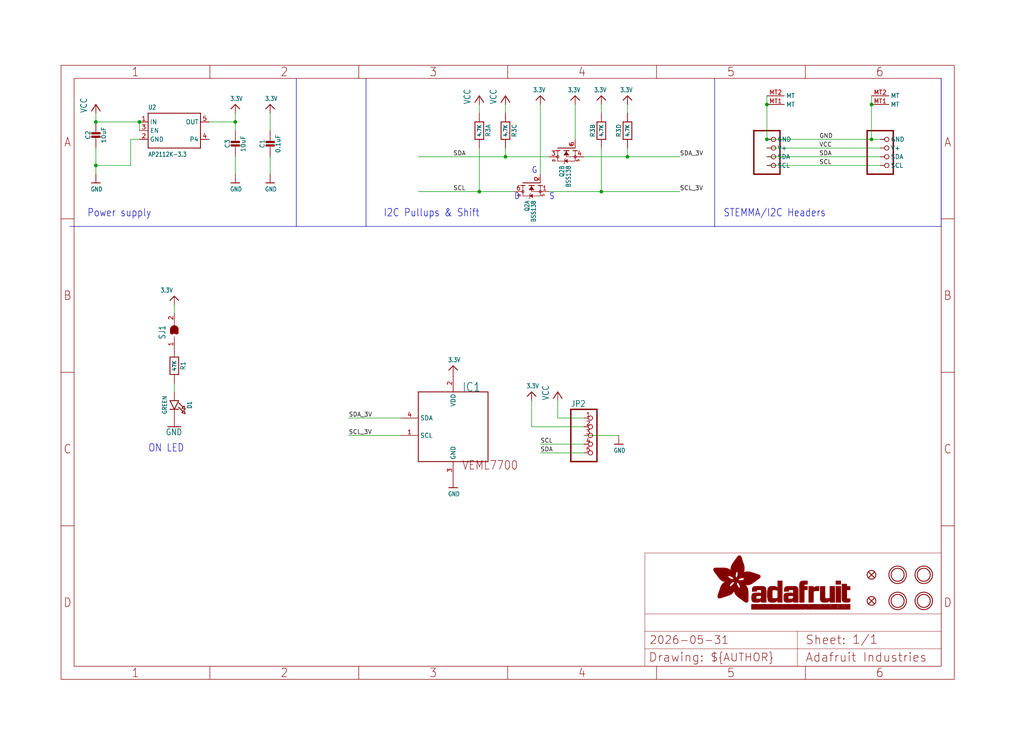
<source format=kicad_sch>
(kicad_sch (version 20230121) (generator eeschema)
  (paper "User" 298.45 217.322)
  (lib_symbols
    (symbol "working-eagle-import:3.3V" (power)
      (property "Value" "3.3V" (at -1.524 1.016 0))
      (symbol "3.3V_1_0"
        (pin power_in line (at 0 -2.54 90) (length 2.54) (name "3.3V") (number "1"))
      )
    )
    (symbol "working-eagle-import:CAP_CERAMIC0603_NO"
      (property "Reference" "C" (at -2.29 1.25 90))
      (symbol "CAP_CERAMIC0603_NO_1_0"
        (pin passive line (at 0 5.08 270) (length 2.54) (name "1") (number "1"))
        (pin passive line (at 0 -2.54 90) (length 2.54) (name "2") (number "2"))
      )
    )
    (symbol "working-eagle-import:CAP_CERAMIC0805-NOOUTLINE"
      (property "Reference" "C" (at -2.29 1.25 90))
      (symbol "CAP_CERAMIC0805-NOOUTLINE_1_0"
        (pin passive line (at 0 5.08 270) (length 2.54) (name "1") (number "1"))
        (pin passive line (at 0 -2.54 90) (length 2.54) (name "2") (number "2"))
      )
    )
    (symbol "working-eagle-import:FIDUCIAL_1MM")
    (symbol "working-eagle-import:FRAME_A4_ADAFRUIT"
      (symbol "FRAME_A4_ADAFRUIT_1_0"
        (text "${#}/${##}" (at 230.505 10.16 0) (effects (font (size 2.54 2.54)) (justify left bottom)))
        (text "${AUTHOR}" (at 189.23 5.08 0) (effects (font (size 2.286 2.286)) (justify left bottom)))
        (text "${CURRENT_DATE}" (at 171.45 10.16 0) (effects (font (size 2.286 2.286)) (justify left bottom)))
        (text "${PROJECTNAME}" (at 171.45 15.24 0) (effects (font (size 2.54 2.54)) (justify left bottom)))
        (text "1" (at 21.6958 1.905 0) (effects (font (size 2.54 2.286))))
        (text "1" (at 21.6958 177.165 0) (effects (font (size 2.54 2.286))))
        (text "2" (at 65.0875 1.905 0) (effects (font (size 2.54 2.286))))
        (text "2" (at 65.0875 177.165 0) (effects (font (size 2.54 2.286))))
        (text "3" (at 108.4792 1.905 0) (effects (font (size 2.54 2.286))))
        (text "3" (at 108.4792 177.165 0) (effects (font (size 2.54 2.286))))
        (text "4" (at 151.8708 1.905 0) (effects (font (size 2.54 2.286))))
        (text "4" (at 151.8708 177.165 0) (effects (font (size 2.54 2.286))))
        (text "5" (at 195.2625 1.905 0) (effects (font (size 2.54 2.286))))
        (text "5" (at 195.2625 177.165 0) (effects (font (size 2.54 2.286))))
        (text "6" (at 238.6542 1.905 0) (effects (font (size 2.54 2.286))))
        (text "6" (at 238.6542 177.165 0) (effects (font (size 2.54 2.286))))
        (text "A" (at 1.905 156.6863 0) (effects (font (size 2.54 2.286))))
        (text "A" (at 258.445 156.6863 0) (effects (font (size 2.54 2.286))))
        (text "Adafruit Industries" (at 216.916 4.953 0) (effects (font (size 2.54 2.54)) (justify left bottom)))
        (text "B" (at 1.905 111.9188 0) (effects (font (size 2.54 2.286))))
        (text "B" (at 258.445 111.9188 0) (effects (font (size 2.54 2.286))))
        (text "C" (at 1.905 67.1513 0) (effects (font (size 2.54 2.286))))
        (text "C" (at 258.445 67.1513 0) (effects (font (size 2.54 2.286))))
        (text "D" (at 1.905 22.3838 0) (effects (font (size 2.54 2.286))))
        (text "D" (at 258.445 22.3838 0) (effects (font (size 2.54 2.286))))
        (text "Drawing:" (at 171.196 4.953 0) (effects (font (size 2.54 2.54)) (justify left bottom)))
        (text "Sheet:" (at 216.916 10.033 0) (effects (font (size 2.54 2.54)) (justify left bottom)))
      )
    )
    (symbol "working-eagle-import:GND" (power)
      (property "Value" "GND" (at -1.524 -2.54 0))
      (symbol "GND_1_0"
        (pin power_in line (at 0 2.54 270) (length 2.54) (name "GND") (number "1"))
      )
    )
    (symbol "working-eagle-import:HEADER-1X5ROUND"
      (property "Reference" "JP" (at -6.35 8.255 0))
      (symbol "HEADER-1X5ROUND_1_0"
        (pin passive inverted (at -2.54 5.08 0) (length 2.54) (name "1") (number "1"))
        (pin passive inverted (at -2.54 2.54 0) (length 2.54) (name "2") (number "2"))
        (pin passive inverted (at -2.54 0 0) (length 2.54) (name "3") (number "3"))
        (pin passive inverted (at -2.54 -2.54 0) (length 2.54) (name "4") (number "4"))
        (pin passive inverted (at -2.54 -5.08 0) (length 2.54) (name "5") (number "5"))
      )
    )
    (symbol "working-eagle-import:LED0603_NOOUTLINE"
      (property "Reference" "D" (at -1.27 4.445 0))
      (symbol "LED0603_NOOUTLINE_1_0"
        (pin passive line (at -5.08 0 0) (length 2.54) (name "A") (number "A"))
        (pin passive line (at 2.54 0 180) (length 2.54) (name "C") (number "C"))
      )
    )
    (symbol "working-eagle-import:MOSFET-N_DUAL"
      (property "Reference" "Q" (at 5.08 0.635 0))
      (symbol "MOSFET-N_DUAL_1_0"
        (text "D" (at 3.175 3.175 0) (effects (font (size 0.8128 0.6908)) (justify left bottom)))
        (text "G" (at -1.27 -1.905 0) (effects (font (size 0.8128 0.6908)) (justify left bottom)))
        (text "S" (at 3.175 -3.81 0) (effects (font (size 0.8128 0.6908)) (justify left bottom)))
        (pin bidirectional line (at 2.54 -5.08 90) (length 2.54) (name "S") (number "1"))
        (pin bidirectional line (at -2.54 -2.54 0) (length 2.54) (name "G") (number "2"))
        (pin bidirectional line (at 2.54 5.08 270) (length 2.54) (name "D") (number "6"))
      )
      (symbol "MOSFET-N_DUAL_2_0"
        (text "D" (at 3.175 3.175 0) (effects (font (size 0.8128 0.6908)) (justify left bottom)))
        (text "G" (at -1.27 -1.905 0) (effects (font (size 0.8128 0.6908)) (justify left bottom)))
        (text "S" (at 3.175 -3.81 0) (effects (font (size 0.8128 0.6908)) (justify left bottom)))
        (pin bidirectional line (at 2.54 5.08 270) (length 2.54) (name "D") (number "3"))
        (pin bidirectional line (at 2.54 -5.08 90) (length 2.54) (name "S") (number "4"))
        (pin bidirectional line (at -2.54 -2.54 0) (length 2.54) (name "G") (number "5"))
      )
    )
    (symbol "working-eagle-import:MOUNTINGHOLE2.5")
    (symbol "working-eagle-import:RESISTOR_0603_NOOUT"
      (property "Reference" "R" (at 0 2.54 0))
      (symbol "RESISTOR_0603_NOOUT_1_0"
        (pin passive line (at -5.08 0 0) (length 2.54) (name "1") (number "1"))
        (pin passive line (at 5.08 0 180) (length 2.54) (name "2") (number "2"))
      )
    )
    (symbol "working-eagle-import:RESISTOR_4PACK"
      (property "Reference" "R" (at 0 2.54 0))
      (symbol "RESISTOR_4PACK_1_0"
        (pin passive line (at -5.08 0 0) (length 2.54) (name "1") (number "1"))
        (pin passive line (at 5.08 0 180) (length 2.54) (name "2") (number "8"))
      )
      (symbol "RESISTOR_4PACK_2_0"
        (pin passive line (at -5.08 0 0) (length 2.54) (name "1") (number "2"))
        (pin passive line (at 5.08 0 180) (length 2.54) (name "2") (number "7"))
      )
      (symbol "RESISTOR_4PACK_3_0"
        (pin passive line (at -5.08 0 0) (length 2.54) (name "1") (number "3"))
        (pin passive line (at 5.08 0 180) (length 2.54) (name "2") (number "6"))
      )
      (symbol "RESISTOR_4PACK_4_0"
        (pin passive line (at -5.08 0 0) (length 2.54) (name "1") (number "4"))
        (pin passive line (at 5.08 0 180) (length 2.54) (name "2") (number "5"))
      )
    )
    (symbol "working-eagle-import:SOLDERJUMPER_CLOSED"
      (property "Reference" "SJ" (at -2.54 2.54 0))
      (symbol "SOLDERJUMPER_CLOSED_1_0"
        (pin passive line (at -5.08 0 0) (length 2.54) (name "1") (number "1"))
        (pin passive line (at 5.08 0 180) (length 2.54) (name "2") (number "2"))
      )
    )
    (symbol "working-eagle-import:STEMMA_I2C_QT"
      (symbol "STEMMA_I2C_QT_1_0"
        (pin passive inverted (at 0 5.08 0) (length 2.54) (name "GND") (number "1"))
        (pin passive inverted (at 0 2.54 0) (length 2.54) (name "V+") (number "2"))
        (pin passive inverted (at 0 0 0) (length 2.54) (name "SDA") (number "3"))
        (pin passive inverted (at 0 -2.54 0) (length 2.54) (name "SCL") (number "4"))
      )
      (symbol "STEMMA_I2C_QT_2_0"
        (pin bidirectional line (at 0 0 0) (length 5.08) (name "MT") (number "MT1"))
      )
      (symbol "STEMMA_I2C_QT_3_0"
        (pin bidirectional line (at 0 0 0) (length 5.08) (name "MT") (number "MT2"))
      )
    )
    (symbol "working-eagle-import:VCC" (power)
      (property "Value" "VCC" (at -2.54 -2.54 90))
      (symbol "VCC_1_0"
        (pin power_in line (at 0 -2.54 90) (length 2.54) (name "VCC") (number "1"))
      )
    )
    (symbol "working-eagle-import:VEML7700"
      (property "Reference" "IC" (at 2.54 10.16 0))
      (symbol "VEML7700_1_0"
        (text "VEML7700" (at 2.54 -12.7 0) (effects (font (size 2.54 2.159)) (justify left bottom)))
        (pin bidirectional line (at -15.24 -2.54 0) (length 5.08) (name "SCL") (number "1"))
        (pin power_in line (at 0 15.24 270) (length 5.08) (name "VDD") (number "2"))
        (pin power_in line (at 0 -15.24 90) (length 5.08) (name "GND") (number "3"))
        (pin bidirectional line (at -15.24 2.54 0) (length 5.08) (name "SDA") (number "4"))
      )
    )
    (symbol "working-eagle-import:VREG_SOT23-5"
      (property "Reference" "U" (at -7.62 6.096 0))
      (symbol "VREG_SOT23-5_1_0"
        (pin power_in line (at -10.16 2.54 0) (length 2.54) (name "IN") (number "1"))
        (pin power_in line (at -10.16 -2.54 0) (length 2.54) (name "GND") (number "2"))
        (pin input line (at -10.16 0 0) (length 2.54) (name "EN") (number "3"))
        (pin bidirectional line (at 10.16 -2.54 180) (length 2.54) (name "P4") (number "4"))
        (pin power_in line (at 10.16 2.54 180) (length 2.54) (name "OUT") (number "5"))
      )
    )
    (symbol "working-eagle-import:adafruit_power_3.3V" (power)
      (property "Value" "adafruit_power_3.3V" (at -1.524 1.016 0))
      (symbol "adafruit_power_3.3V_1_0"
        (pin power_in line (at 0 -2.54 90) (length 2.54) (name "3.3V") (number "1"))
      )
    )
    (symbol "working-eagle-import:supply1_GND" (power)
      (property "Value" "supply1_GND" (at -2.54 -2.54 0))
      (symbol "supply1_GND_1_0"
        (pin power_in line (at 0 2.54 270) (length 2.54) (name "GND") (number "1"))
      )
    )
  )
  (junction (at 68.58 35.56))
  (junction (at 182.88 45.72))
  (junction (at 223.52 40.64))
  (junction (at 27.94 35.56))
  (junction (at 27.94 48.26))
  (junction (at 254 40.64))
  (junction (at 223.52 30.48))
  (junction (at 139.7 55.88))
  (junction (at 175.26 55.88))
  (junction (at 147.32 45.72))
  (junction (at 254 30.48))
  (junction (at 40.64 35.56))
  (wire (pts (xy 170.18 127) (xy 180.34 127)) (stroke (width 0.1524)))
  (wire (pts (xy 160.02 55.88) (xy 175.26 55.88)) (stroke (width 0.1524)))
  (wire (pts (xy 147.32 43.18) (xy 147.32 45.72)) (stroke (width 0.1524)))
  (wire (pts (xy 139.7 55.88) (xy 121.92 55.88)) (stroke (width 0.1524)))
  (wire (pts (xy 167.64 40.64) (xy 167.64 30.48)) (stroke (width 0.1524)))
  (polyline (pts (xy 86.36 66.04) (xy 106.68 66.04)) (stroke (width 0.1524) (type solid)))
  (wire (pts (xy 182.88 33.02) (xy 182.88 30.48)) (stroke (width 0.1524)))
  (wire (pts (xy 139.7 43.18) (xy 139.7 55.88)) (stroke (width 0.1524)))
  (wire (pts (xy 149.86 55.88) (xy 139.7 55.88)) (stroke (width 0.1524)))
  (wire (pts (xy 160.02 45.72) (xy 147.32 45.72)) (stroke (width 0.1524)))
  (wire (pts (xy 170.18 121.92) (xy 162.56 121.92)) (stroke (width 0.1524)))
  (wire (pts (xy 78.74 45.72) (xy 78.74 50.8)) (stroke (width 0.1524)))
  (wire (pts (xy 50.8 88.9) (xy 50.8 91.44)) (stroke (width 0.1524)))
  (wire (pts (xy 68.58 35.56) (xy 68.58 38.1)) (stroke (width 0.1524)))
  (wire (pts (xy 175.26 33.02) (xy 175.26 30.48)) (stroke (width 0.1524)))
  (wire (pts (xy 50.8 114.3) (xy 50.8 111.76)) (stroke (width 0.1524)))
  (wire (pts (xy 175.26 43.18) (xy 175.26 55.88)) (stroke (width 0.1524)))
  (wire (pts (xy 147.32 33.02) (xy 147.32 30.48)) (stroke (width 0.1524)))
  (wire (pts (xy 38.1 40.64) (xy 38.1 48.26)) (stroke (width 0.1524)))
  (polyline (pts (xy 274.32 22.86) (xy 274.32 66.04)) (stroke (width 0.1524) (type solid)))
  (wire (pts (xy 256.54 45.72) (xy 223.52 45.72)) (stroke (width 0.1524)))
  (wire (pts (xy 254 27.94) (xy 254 30.48)) (stroke (width 0.1524)))
  (wire (pts (xy 175.26 55.88) (xy 198.12 55.88)) (stroke (width 0.1524)))
  (wire (pts (xy 68.58 35.56) (xy 68.58 33.02)) (stroke (width 0.1524)))
  (wire (pts (xy 223.52 43.18) (xy 256.54 43.18)) (stroke (width 0.1524)))
  (wire (pts (xy 40.64 35.56) (xy 27.94 35.56)) (stroke (width 0.1524)))
  (wire (pts (xy 170.18 132.08) (xy 157.48 132.08)) (stroke (width 0.1524)))
  (polyline (pts (xy 106.68 22.86) (xy 106.68 66.04)) (stroke (width 0.1524) (type solid)))
  (wire (pts (xy 154.94 124.46) (xy 154.94 116.84)) (stroke (width 0.1524)))
  (polyline (pts (xy 86.36 22.86) (xy 86.36 66.04)) (stroke (width 0.1524) (type solid)))
  (wire (pts (xy 182.88 43.18) (xy 182.88 45.72)) (stroke (width 0.1524)))
  (wire (pts (xy 182.88 45.72) (xy 198.12 45.72)) (stroke (width 0.1524)))
  (wire (pts (xy 223.52 30.48) (xy 223.52 40.64)) (stroke (width 0.1524)))
  (polyline (pts (xy 106.68 66.04) (xy 208.28 66.04)) (stroke (width 0.1524) (type solid)))
  (wire (pts (xy 170.18 45.72) (xy 182.88 45.72)) (stroke (width 0.1524)))
  (wire (pts (xy 27.94 48.26) (xy 27.94 50.8)) (stroke (width 0.1524)))
  (wire (pts (xy 162.56 121.92) (xy 162.56 116.84)) (stroke (width 0.1524)))
  (wire (pts (xy 170.18 129.54) (xy 157.48 129.54)) (stroke (width 0.1524)))
  (wire (pts (xy 157.48 50.8) (xy 157.48 30.48)) (stroke (width 0.1524)))
  (wire (pts (xy 101.6 127) (xy 116.84 127)) (stroke (width 0.1524)))
  (wire (pts (xy 223.52 48.26) (xy 256.54 48.26)) (stroke (width 0.1524)))
  (wire (pts (xy 223.52 27.94) (xy 223.52 30.48)) (stroke (width 0.1524)))
  (wire (pts (xy 116.84 121.92) (xy 101.6 121.92)) (stroke (width 0.1524)))
  (wire (pts (xy 27.94 48.26) (xy 27.94 43.18)) (stroke (width 0.1524)))
  (wire (pts (xy 68.58 45.72) (xy 68.58 50.8)) (stroke (width 0.1524)))
  (wire (pts (xy 27.94 33.02) (xy 27.94 35.56)) (stroke (width 0.1524)))
  (wire (pts (xy 254 40.64) (xy 223.52 40.64)) (stroke (width 0.1524)))
  (polyline (pts (xy 208.28 22.86) (xy 208.28 66.04)) (stroke (width 0.1524) (type solid)))
  (wire (pts (xy 256.54 40.64) (xy 254 40.64)) (stroke (width 0.1524)))
  (wire (pts (xy 147.32 45.72) (xy 121.92 45.72)) (stroke (width 0.1524)))
  (polyline (pts (xy 208.28 66.04) (xy 274.32 66.04)) (stroke (width 0.1524) (type solid)))
  (wire (pts (xy 40.64 38.1) (xy 40.64 35.56)) (stroke (width 0.1524)))
  (polyline (pts (xy 20.32 66.04) (xy 86.36 66.04)) (stroke (width 0.1524) (type solid)))
  (wire (pts (xy 254 30.48) (xy 254 40.64)) (stroke (width 0.1524)))
  (wire (pts (xy 38.1 48.26) (xy 27.94 48.26)) (stroke (width 0.1524)))
  (wire (pts (xy 78.74 33.02) (xy 78.74 38.1)) (stroke (width 0.1524)))
  (wire (pts (xy 40.64 40.64) (xy 38.1 40.64)) (stroke (width 0.1524)))
  (wire (pts (xy 60.96 35.56) (xy 68.58 35.56)) (stroke (width 0.1524)))
  (wire (pts (xy 170.18 124.46) (xy 154.94 124.46)) (stroke (width 0.1524)))
  (wire (pts (xy 139.7 30.48) (xy 139.7 33.02)) (stroke (width 0.1524)))
  (text "Power supply" (at 25.4 63.5 0) (effects (font (size 2.1844 1.8567)) (justify left bottom)))
  (text "S" (at 160.02 58.42 0) (effects (font (size 1.778 1.5113)) (justify left bottom)))
  (text "ON LED" (at 43.18 132.08 0) (effects (font (size 2.1844 1.8567)) (justify left bottom)))
  (text "I2C Pullups & Shift" (at 111.76 63.5 0) (effects (font (size 2.1844 1.8567)) (justify left bottom)))
  (text "D" (at 149.86 58.42 0) (effects (font (size 1.778 1.5113)) (justify left bottom)))
  (text "STEMMA/I2C Headers" (at 210.82 63.5 0) (effects (font (size 2.1844 1.8567)) (justify left bottom)))
  (text "G" (at 154.94 50.8 0) (effects (font (size 1.778 1.5113)) (justify left bottom)))
  (label "SCL_3V" (at 101.6 127 0) (effects (font (size 1.2446 1.2446))))
  (label "SCL" (at 157.48 129.54 0) (effects (font (size 1.2446 1.2446))))
  (label "VCC" (at 238.76 43.18 0) (effects (font (size 1.2446 1.2446))))
  (label "SDA" (at 132.08 45.72 0) (effects (font (size 1.2446 1.2446))))
  (label "GND" (at 238.76 40.64 0) (effects (font (size 1.2446 1.2446))))
  (label "SDA" (at 157.48 132.08 0) (effects (font (size 1.2446 1.2446))))
  (label "SDA_3V" (at 101.6 121.92 0) (effects (font (size 1.2446 1.2446))))
  (label "SCL" (at 238.76 48.26 0) (effects (font (size 1.2446 1.2446))))
  (label "SCL_3V" (at 198.12 55.88 0) (effects (font (size 1.2446 1.2446))))
  (label "SDA_3V" (at 198.12 45.72 0) (effects (font (size 1.2446 1.2446))))
  (label "SCL" (at 132.08 55.88 0) (effects (font (size 1.2446 1.2446))))
  (label "SDA" (at 238.76 45.72 0) (effects (font (size 1.2446 1.2446))))
  (symbol (lib_id "working-eagle-import:3.3V") (at 132.08 106.68 0) (unit 1)
    (property "Reference" "#U$29" (effects hide))
    (property "Value" "3.3V" (at 130.556 105.664 0) (effects (font (size 1.27 1.0795)) (justify left bottom)))
  )
  (symbol (lib_id "working-eagle-import:RESISTOR_4PACK") (at 175.26 38.1 90) (mirror x) (unit 2)
    (property "Reference" "R3" (at 172.72 38.1 0))
    (property "Value" "4.7K" (at 175.26 38.1 0) (effects (font (size 1.016 1.016) bold)))
    (property "Footprint" "working:RESPACK_4X0603" (effects hide))
  )
  (symbol (lib_id "working-eagle-import:GND") (at 78.74 53.34 0) (unit 1)
    (property "Reference" "#U$6" (effects hide))
    (property "Value" "GND" (at 77.216 55.88 0) (effects (font (size 1.27 1.0795)) (justify left bottom)))
  )
  (symbol (lib_id "working-eagle-import:adafruit_power_3.3V") (at 78.74 30.48 0) (unit 1)
    (property "Reference" "#U$14" (effects hide))
    (property "Value" "3.3V" (at 77.216 29.464 0) (effects (font (size 1.27 1.0795)) (justify left bottom)))
  )
  (symbol (lib_id "working-eagle-import:GND") (at 180.34 129.54 0) (unit 1)
    (property "Reference" "#U$27" (effects hide))
    (property "Value" "GND" (at 178.816 132.08 0) (effects (font (size 1.27 1.0795)) (justify left bottom)))
  )
  (symbol (lib_id "working-eagle-import:MOUNTINGHOLE2.5") (at 269.24 167.64 0) (unit 1)
    (property "Reference" "U$19" (effects hide))
    (property "Value" "MOUNTINGHOLE2.5" (effects hide))
    (property "Footprint" "working:MOUNTINGHOLE_2.5_PLATED" (effects hide))
  )
  (symbol (lib_id "working-eagle-import:adafruit_power_3.3V") (at 157.48 27.94 0) (mirror y) (unit 1)
    (property "Reference" "#U$26" (effects hide))
    (property "Value" "3.3V" (at 159.004 26.924 0) (effects (font (size 1.27 1.0795)) (justify left bottom)))
  )
  (symbol (lib_id "working-eagle-import:MOSFET-N_DUAL") (at 165.1 43.18 90) (mirror x) (unit 2)
    (property "Reference" "Q2" (at 164.465 48.26 0) (effects (font (size 1.27 1.0795)) (justify left bottom)))
    (property "Value" "BSS138" (at 166.37 48.26 0) (effects (font (size 1.27 1.0795)) (justify left bottom)))
    (property "Footprint" "working:SOT363" (effects hide))
  )
  (symbol (lib_id "working-eagle-import:adafruit_power_3.3V") (at 68.58 30.48 0) (unit 1)
    (property "Reference" "#U$15" (effects hide))
    (property "Value" "3.3V" (at 67.056 29.464 0) (effects (font (size 1.27 1.0795)) (justify left bottom)))
  )
  (symbol (lib_id "working-eagle-import:RESISTOR_4PACK") (at 147.32 38.1 270) (unit 3)
    (property "Reference" "R3" (at 149.86 38.1 0))
    (property "Value" "4.7K" (at 147.32 38.1 0) (effects (font (size 1.016 1.016) bold)))
    (property "Footprint" "working:RESPACK_4X0603" (effects hide))
  )
  (symbol (lib_id "working-eagle-import:MOUNTINGHOLE2.5") (at 269.24 175.26 0) (unit 1)
    (property "Reference" "U$21" (effects hide))
    (property "Value" "MOUNTINGHOLE2.5" (effects hide))
    (property "Footprint" "working:MOUNTINGHOLE_2.5_PLATED" (effects hide))
  )
  (symbol (lib_id "working-eagle-import:CAP_CERAMIC0805-NOOUTLINE") (at 27.94 40.64 0) (unit 1)
    (property "Reference" "C2" (at 25.65 39.39 90))
    (property "Value" "10uF" (at 30.24 39.39 90))
    (property "Footprint" "working:0805-NO" (effects hide))
  )
  (symbol (lib_id "working-eagle-import:adafruit_power_3.3V") (at 167.64 27.94 0) (mirror y) (unit 1)
    (property "Reference" "#U$23" (effects hide))
    (property "Value" "3.3V" (at 169.164 26.924 0) (effects (font (size 1.27 1.0795)) (justify left bottom)))
  )
  (symbol (lib_id "working-eagle-import:GND") (at 132.08 142.24 0) (unit 1)
    (property "Reference" "#U$28" (effects hide))
    (property "Value" "GND" (at 130.556 144.78 0) (effects (font (size 1.27 1.0795)) (justify left bottom)))
  )
  (symbol (lib_id "working-eagle-import:STEMMA_I2C_QT") (at 223.52 30.48 0) (unit 2)
    (property "Reference" "CONN3" (effects hide))
    (property "Value" "STEMMA_I2C_QT" (effects hide))
    (property "Footprint" "working:JST_SH4" (effects hide))
  )
  (symbol (lib_id "working-eagle-import:CAP_CERAMIC0805-NOOUTLINE") (at 68.58 43.18 0) (unit 1)
    (property "Reference" "C3" (at 66.29 41.93 90))
    (property "Value" "10uF" (at 70.88 41.93 90))
    (property "Footprint" "working:0805-NO" (effects hide))
  )
  (symbol (lib_id "working-eagle-import:RESISTOR_4PACK") (at 182.88 38.1 90) (mirror x) (unit 4)
    (property "Reference" "R3" (at 180.34 38.1 0))
    (property "Value" "4.7K" (at 182.88 38.1 0) (effects (font (size 1.016 1.016) bold)))
    (property "Footprint" "working:RESPACK_4X0603" (effects hide))
  )
  (symbol (lib_id "working-eagle-import:VCC") (at 162.56 114.3 0) (unit 1)
    (property "Reference" "#P+5" (effects hide))
    (property "Value" "VCC" (at 160.02 116.84 90) (effects (font (size 1.778 1.5113)) (justify left bottom)))
  )
  (symbol (lib_id "working-eagle-import:3.3V") (at 154.94 114.3 0) (unit 1)
    (property "Reference" "#U$40" (effects hide))
    (property "Value" "3.3V" (at 153.416 113.284 0) (effects (font (size 1.27 1.0795)) (justify left bottom)))
  )
  (symbol (lib_id "working-eagle-import:MOUNTINGHOLE2.5") (at 261.62 175.26 0) (unit 1)
    (property "Reference" "U$1" (effects hide))
    (property "Value" "MOUNTINGHOLE2.5" (effects hide))
    (property "Footprint" "working:MOUNTINGHOLE_2.5_PLATED" (effects hide))
  )
  (symbol (lib_id "working-eagle-import:RESISTOR_4PACK") (at 139.7 38.1 270) (unit 1)
    (property "Reference" "R3" (at 142.24 38.1 0))
    (property "Value" "4.7K" (at 139.7 38.1 0) (effects (font (size 1.016 1.016) bold)))
    (property "Footprint" "working:RESPACK_4X0603" (effects hide))
  )
  (symbol (lib_id "working-eagle-import:STEMMA_I2C_QT") (at 256.54 45.72 0) (unit 1)
    (property "Reference" "CONN4" (effects hide))
    (property "Value" "STEMMA_I2C_QT" (effects hide))
    (property "Footprint" "working:JST_SH4" (effects hide))
  )
  (symbol (lib_id "working-eagle-import:adafruit_power_3.3V") (at 50.8 86.36 0) (unit 1)
    (property "Reference" "#U$3" (effects hide))
    (property "Value" "3.3V" (at 46.736 85.344 0) (effects (font (size 1.27 1.0795)) (justify left bottom)))
  )
  (symbol (lib_id "working-eagle-import:STEMMA_I2C_QT") (at 223.52 45.72 0) (unit 1)
    (property "Reference" "CONN3" (effects hide))
    (property "Value" "STEMMA_I2C_QT" (effects hide))
    (property "Footprint" "working:JST_SH4" (effects hide))
  )
  (symbol (lib_id "working-eagle-import:VEML7700") (at 132.08 124.46 0) (unit 1)
    (property "Reference" "IC1" (at 134.62 114.3 0) (effects (font (size 2.54 2.159)) (justify left bottom)))
    (property "Value" "VEML7700" (effects hide))
    (property "Footprint" "working:VEML7700" (effects hide))
  )
  (symbol (lib_id "working-eagle-import:GND") (at 27.94 53.34 0) (unit 1)
    (property "Reference" "#U$13" (effects hide))
    (property "Value" "GND" (at 26.416 55.88 0) (effects (font (size 1.27 1.0795)) (justify left bottom)))
  )
  (symbol (lib_id "working-eagle-import:RESISTOR_0603_NOOUT") (at 50.8 106.68 270) (unit 1)
    (property "Reference" "R1" (at 53.34 106.68 0))
    (property "Value" "47K" (at 50.8 106.68 0) (effects (font (size 1.016 1.016) bold)))
    (property "Footprint" "working:0603-NO" (effects hide))
  )
  (symbol (lib_id "working-eagle-import:VCC") (at 139.7 27.94 0) (unit 1)
    (property "Reference" "#P+1" (effects hide))
    (property "Value" "VCC" (at 137.16 30.48 90) (effects (font (size 1.778 1.5113)) (justify left bottom)))
  )
  (symbol (lib_id "working-eagle-import:VCC") (at 27.94 30.48 0) (unit 1)
    (property "Reference" "#P+3" (effects hide))
    (property "Value" "VCC" (at 25.4 33.02 90) (effects (font (size 1.778 1.5113)) (justify left bottom)))
  )
  (symbol (lib_id "working-eagle-import:FIDUCIAL_1MM") (at 254 175.26 0) (unit 1)
    (property "Reference" "FID3" (effects hide))
    (property "Value" "FIDUCIAL_1MM" (effects hide))
    (property "Footprint" "working:FIDUCIAL_1MM" (effects hide))
  )
  (symbol (lib_id "working-eagle-import:SOLDERJUMPER_CLOSED") (at 50.8 96.52 90) (unit 1)
    (property "Reference" "SJ1" (at 48.26 99.06 0) (effects (font (size 1.778 1.5113)) (justify left bottom)))
    (property "Value" "SOLDERJUMPER_CLOSED" (effects hide))
    (property "Footprint" "working:SOLDERJUMPER_CLOSEDWIRE" (effects hide))
  )
  (symbol (lib_id "working-eagle-import:adafruit_power_3.3V") (at 182.88 27.94 0) (mirror y) (unit 1)
    (property "Reference" "#U$7" (effects hide))
    (property "Value" "3.3V" (at 184.404 26.924 0) (effects (font (size 1.27 1.0795)) (justify left bottom)))
  )
  (symbol (lib_id "working-eagle-import:LED0603_NOOUTLINE") (at 50.8 119.38 270) (unit 1)
    (property "Reference" "D1" (at 55.245 118.11 0) (effects (font (size 1.27 1.0795))))
    (property "Value" "GREEN" (at 48.006 118.11 0) (effects (font (size 1.27 1.0795))))
    (property "Footprint" "working:CHIPLED_0603_NOOUTLINE" (effects hide))
  )
  (symbol (lib_id "working-eagle-import:VCC") (at 147.32 27.94 0) (unit 1)
    (property "Reference" "#P+2" (effects hide))
    (property "Value" "VCC" (at 144.78 30.48 90) (effects (font (size 1.778 1.5113)) (justify left bottom)))
  )
  (symbol (lib_id "working-eagle-import:VREG_SOT23-5") (at 50.8 38.1 0) (unit 1)
    (property "Reference" "U2" (at 43.18 32.004 0) (effects (font (size 1.27 1.0795)) (justify left bottom)))
    (property "Value" "AP2112K-3.3" (at 43.18 45.72 0) (effects (font (size 1.27 1.0795)) (justify left bottom)))
    (property "Footprint" "working:SOT23-5" (effects hide))
  )
  (symbol (lib_id "working-eagle-import:GND") (at 68.58 53.34 0) (unit 1)
    (property "Reference" "#U$5" (effects hide))
    (property "Value" "GND" (at 67.056 55.88 0) (effects (font (size 1.27 1.0795)) (justify left bottom)))
  )
  (symbol (lib_id "working-eagle-import:MOUNTINGHOLE2.5") (at 261.62 167.64 0) (unit 1)
    (property "Reference" "U$17" (effects hide))
    (property "Value" "MOUNTINGHOLE2.5" (effects hide))
    (property "Footprint" "working:MOUNTINGHOLE_2.5_PLATED" (effects hide))
  )
  (symbol (lib_id "working-eagle-import:STEMMA_I2C_QT") (at 223.52 27.94 0) (unit 3)
    (property "Reference" "CONN3" (effects hide))
    (property "Value" "STEMMA_I2C_QT" (effects hide))
    (property "Footprint" "working:JST_SH4" (effects hide))
  )
  (symbol (lib_id "working-eagle-import:CAP_CERAMIC0603_NO") (at 78.74 43.18 0) (unit 1)
    (property "Reference" "C1" (at 76.45 41.93 90))
    (property "Value" "0.1uF" (at 81.04 41.93 90))
    (property "Footprint" "working:0603-NO" (effects hide))
  )
  (symbol (lib_id "working-eagle-import:HEADER-1X5ROUND") (at 172.72 127 0) (unit 1)
    (property "Reference" "JP2" (at 166.37 118.745 0) (effects (font (size 1.778 1.5113)) (justify left bottom)))
    (property "Value" "HEADER-1X5ROUND" (effects hide))
    (property "Footprint" "working:1X05_ROUND" (effects hide))
  )
  (symbol (lib_id "working-eagle-import:supply1_GND") (at 50.8 124.46 0) (unit 1)
    (property "Reference" "#GND6" (effects hide))
    (property "Value" "GND" (at 48.26 127 0) (effects (font (size 1.778 1.5113)) (justify left bottom)))
  )
  (symbol (lib_id "working-eagle-import:FIDUCIAL_1MM") (at 254 167.64 0) (unit 1)
    (property "Reference" "FID4" (effects hide))
    (property "Value" "FIDUCIAL_1MM" (effects hide))
    (property "Footprint" "working:FIDUCIAL_1MM" (effects hide))
  )
  (symbol (lib_id "working-eagle-import:STEMMA_I2C_QT") (at 254 27.94 0) (unit 3)
    (property "Reference" "CONN4" (effects hide))
    (property "Value" "STEMMA_I2C_QT" (effects hide))
    (property "Footprint" "working:JST_SH4" (effects hide))
  )
  (symbol (lib_id "working-eagle-import:MOSFET-N_DUAL") (at 154.94 53.34 90) (mirror x) (unit 1)
    (property "Reference" "Q2" (at 154.305 58.42 0) (effects (font (size 1.27 1.0795)) (justify left bottom)))
    (property "Value" "BSS138" (at 156.21 58.42 0) (effects (font (size 1.27 1.0795)) (justify left bottom)))
    (property "Footprint" "working:SOT363" (effects hide))
  )
  (symbol (lib_id "working-eagle-import:adafruit_power_3.3V") (at 175.26 27.94 0) (mirror y) (unit 1)
    (property "Reference" "#U$24" (effects hide))
    (property "Value" "3.3V" (at 176.784 26.924 0) (effects (font (size 1.27 1.0795)) (justify left bottom)))
  )
  (symbol (lib_id "working-eagle-import:STEMMA_I2C_QT") (at 254 30.48 0) (unit 2)
    (property "Reference" "CONN4" (effects hide))
    (property "Value" "STEMMA_I2C_QT" (effects hide))
    (property "Footprint" "working:JST_SH4" (effects hide))
  )
  (symbol (lib_id "working-eagle-import:FRAME_A4_ADAFRUIT") (at 17.78 198.12 0) (unit 1)
    (property "Reference" "#U$18" (effects hide))
    (property "Value" "FRAME_A4_ADAFRUIT" (effects hide))
  )
)
</source>
